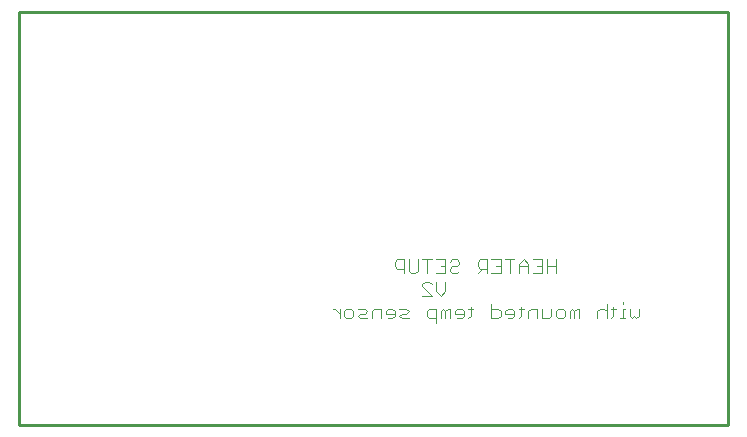
<source format=gbo>
G75*
%MOIN*%
%OFA0B0*%
%FSLAX25Y25*%
%IPPOS*%
%LPD*%
%AMOC8*
5,1,8,0,0,1.08239X$1,22.5*
%
%ADD10C,0.01000*%
%ADD11C,0.00400*%
D10*
X0003120Y0003962D02*
X0239341Y0003962D01*
X0239341Y0141757D01*
X0003120Y0141757D01*
X0003120Y0003962D01*
D11*
X0107560Y0042665D02*
X0108327Y0042665D01*
X0109862Y0041130D01*
X0109862Y0039595D02*
X0109862Y0042665D01*
X0111396Y0041897D02*
X0112164Y0042665D01*
X0113698Y0042665D01*
X0114465Y0041897D01*
X0114465Y0040363D01*
X0113698Y0039595D01*
X0112164Y0039595D01*
X0111396Y0040363D01*
X0111396Y0041897D01*
X0116000Y0042665D02*
X0118302Y0042665D01*
X0119069Y0041897D01*
X0118302Y0041130D01*
X0116767Y0041130D01*
X0116000Y0040363D01*
X0116767Y0039595D01*
X0119069Y0039595D01*
X0120604Y0039595D02*
X0120604Y0041897D01*
X0121371Y0042665D01*
X0123673Y0042665D01*
X0123673Y0039595D01*
X0125208Y0041130D02*
X0128277Y0041130D01*
X0128277Y0040363D02*
X0128277Y0041897D01*
X0127510Y0042665D01*
X0125975Y0042665D01*
X0125208Y0041897D01*
X0125208Y0041130D01*
X0125975Y0039595D02*
X0127510Y0039595D01*
X0128277Y0040363D01*
X0129812Y0040363D02*
X0130579Y0041130D01*
X0132114Y0041130D01*
X0132881Y0041897D01*
X0132114Y0042665D01*
X0129812Y0042665D01*
X0129812Y0040363D02*
X0130579Y0039595D01*
X0132881Y0039595D01*
X0139020Y0040363D02*
X0139020Y0041897D01*
X0139787Y0042665D01*
X0142089Y0042665D01*
X0142089Y0038061D01*
X0142089Y0039595D02*
X0139787Y0039595D01*
X0139020Y0040363D01*
X0143624Y0039595D02*
X0143624Y0041897D01*
X0144391Y0042665D01*
X0145158Y0041897D01*
X0145158Y0039595D01*
X0146693Y0039595D02*
X0146693Y0042665D01*
X0145926Y0042665D01*
X0145158Y0041897D01*
X0148228Y0041897D02*
X0148228Y0041130D01*
X0151297Y0041130D01*
X0151297Y0040363D02*
X0151297Y0041897D01*
X0150530Y0042665D01*
X0148995Y0042665D01*
X0148228Y0041897D01*
X0150530Y0039595D02*
X0151297Y0040363D01*
X0150530Y0039595D02*
X0148995Y0039595D01*
X0152832Y0039595D02*
X0153599Y0040363D01*
X0153599Y0043432D01*
X0154366Y0042665D02*
X0152832Y0042665D01*
X0160505Y0042665D02*
X0162807Y0042665D01*
X0163574Y0041897D01*
X0163574Y0040363D01*
X0162807Y0039595D01*
X0160505Y0039595D01*
X0160505Y0044199D01*
X0165109Y0041897D02*
X0165109Y0041130D01*
X0168178Y0041130D01*
X0168178Y0040363D02*
X0168178Y0041897D01*
X0167411Y0042665D01*
X0165876Y0042665D01*
X0165109Y0041897D01*
X0167411Y0039595D02*
X0168178Y0040363D01*
X0167411Y0039595D02*
X0165876Y0039595D01*
X0169713Y0039595D02*
X0170480Y0040363D01*
X0170480Y0043432D01*
X0171247Y0042665D02*
X0169713Y0042665D01*
X0172782Y0041897D02*
X0172782Y0039595D01*
X0175851Y0039595D02*
X0175851Y0042665D01*
X0173549Y0042665D01*
X0172782Y0041897D01*
X0177386Y0042665D02*
X0177386Y0039595D01*
X0179688Y0039595D01*
X0180455Y0040363D01*
X0180455Y0042665D01*
X0181990Y0041897D02*
X0181990Y0040363D01*
X0182757Y0039595D01*
X0184292Y0039595D01*
X0185059Y0040363D01*
X0185059Y0041897D01*
X0184292Y0042665D01*
X0182757Y0042665D01*
X0181990Y0041897D01*
X0186594Y0041897D02*
X0186594Y0039595D01*
X0188128Y0039595D02*
X0188128Y0041897D01*
X0187361Y0042665D01*
X0186594Y0041897D01*
X0188128Y0041897D02*
X0188896Y0042665D01*
X0189663Y0042665D01*
X0189663Y0039595D01*
X0195801Y0039595D02*
X0195801Y0041897D01*
X0196569Y0042665D01*
X0198103Y0042665D01*
X0198871Y0041897D01*
X0200405Y0042665D02*
X0201940Y0042665D01*
X0201173Y0043432D02*
X0201173Y0040363D01*
X0200405Y0039595D01*
X0198871Y0039595D02*
X0198871Y0044199D01*
X0204242Y0044199D02*
X0204242Y0044967D01*
X0204242Y0042665D02*
X0204242Y0039595D01*
X0205009Y0039595D02*
X0203475Y0039595D01*
X0206544Y0040363D02*
X0206544Y0042665D01*
X0205009Y0042665D02*
X0204242Y0042665D01*
X0206544Y0040363D02*
X0207311Y0039595D01*
X0208079Y0040363D01*
X0208846Y0039595D01*
X0209613Y0040363D01*
X0209613Y0042665D01*
X0181990Y0054595D02*
X0181990Y0059199D01*
X0178920Y0059199D02*
X0178920Y0054595D01*
X0177386Y0054595D02*
X0174316Y0054595D01*
X0172782Y0054595D02*
X0172782Y0057665D01*
X0171247Y0059199D01*
X0169713Y0057665D01*
X0169713Y0054595D01*
X0169713Y0056897D02*
X0172782Y0056897D01*
X0175851Y0056897D02*
X0177386Y0056897D01*
X0178920Y0056897D02*
X0181990Y0056897D01*
X0177386Y0059199D02*
X0177386Y0054595D01*
X0177386Y0059199D02*
X0174316Y0059199D01*
X0168178Y0059199D02*
X0165109Y0059199D01*
X0166643Y0059199D02*
X0166643Y0054595D01*
X0163574Y0054595D02*
X0160505Y0054595D01*
X0158970Y0054595D02*
X0158970Y0059199D01*
X0156668Y0059199D01*
X0155901Y0058432D01*
X0155901Y0056897D01*
X0156668Y0056130D01*
X0158970Y0056130D01*
X0157435Y0056130D02*
X0155901Y0054595D01*
X0162039Y0056897D02*
X0163574Y0056897D01*
X0163574Y0059199D02*
X0163574Y0054595D01*
X0163574Y0059199D02*
X0160505Y0059199D01*
X0149762Y0058432D02*
X0149762Y0057665D01*
X0148995Y0056897D01*
X0147460Y0056897D01*
X0146693Y0056130D01*
X0146693Y0055363D01*
X0147460Y0054595D01*
X0148995Y0054595D01*
X0149762Y0055363D01*
X0149762Y0058432D02*
X0148995Y0059199D01*
X0147460Y0059199D01*
X0146693Y0058432D01*
X0145158Y0059199D02*
X0145158Y0054595D01*
X0142089Y0054595D01*
X0143624Y0056897D02*
X0145158Y0056897D01*
X0145158Y0059199D02*
X0142089Y0059199D01*
X0140554Y0059199D02*
X0137485Y0059199D01*
X0135950Y0059199D02*
X0135950Y0055363D01*
X0135183Y0054595D01*
X0133648Y0054595D01*
X0132881Y0055363D01*
X0132881Y0059199D01*
X0131347Y0059199D02*
X0129045Y0059199D01*
X0128277Y0058432D01*
X0128277Y0056897D01*
X0129045Y0056130D01*
X0131347Y0056130D01*
X0131347Y0054595D02*
X0131347Y0059199D01*
X0139020Y0059199D02*
X0139020Y0054595D01*
X0139787Y0051699D02*
X0140554Y0050932D01*
X0139787Y0051699D02*
X0138252Y0051699D01*
X0137485Y0050932D01*
X0137485Y0050165D01*
X0140554Y0047095D01*
X0137485Y0047095D01*
X0142089Y0048630D02*
X0142089Y0051699D01*
X0142089Y0048630D02*
X0143624Y0047095D01*
X0145158Y0048630D01*
X0145158Y0051699D01*
M02*

</source>
